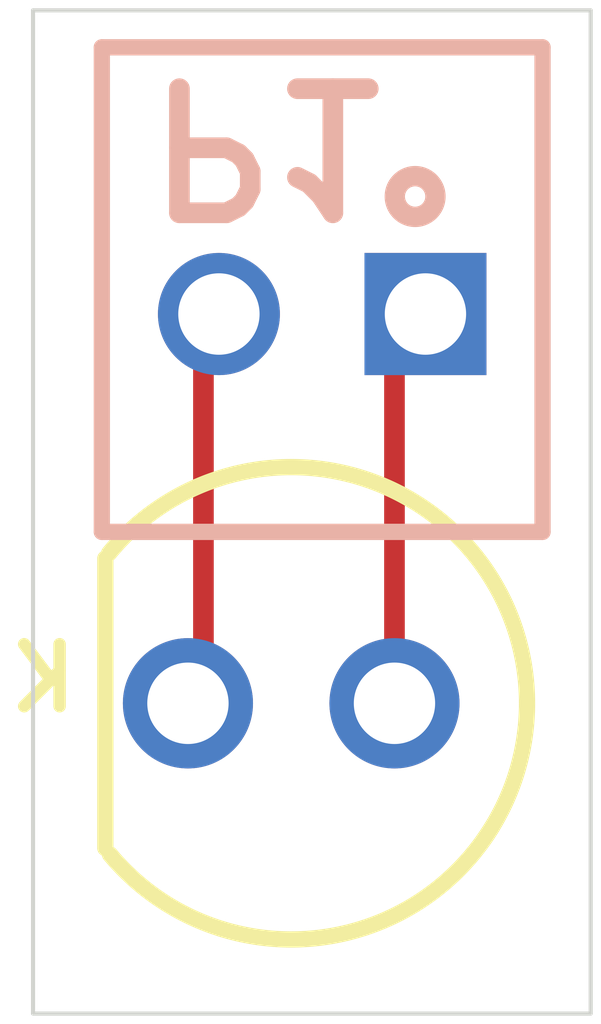
<source format=kicad_pcb>
(kicad_pcb (version 20211014) (generator pcbnew)
  (layers (0 "F.Cu" signal "Top Layer") (31 "B.Cu" signal "Bottom Layer") (34 "B.Paste" user "Bottom Paste") (35 "F.Paste" user "Top Paste") (36 "B.SilkS" user "Bottom Overlay") (37 "F.SilkS" user "Top Overlay") (38 "B.Mask" user "Bottom Solder") (39 "F.Mask" user "Top Solder") (44 "Edge.Cuts" user))
  (net 0 "")
  (net 1 "NetLED1_2")
  (net 2 "NetLED1_1")
  (footprint "Vault:Type 5mm" (layer "F.Cu") (at 148.2471 107.3531 180)
    (fp_text reference "LED1" hide)
    (fp_text value "TSHG6200" hide)
    (fp_text user "K" (at 3.048 0.381 180 unlocked) (layer "F.SilkS") (effects (font (size 0.762 0.762) (thickness 0.1524))))
    (fp_line (start 2.286 -1.778) (end 2.286 1.778) (layer "F.SilkS") (width 0.2))
    (fp_arc (start -2.469796 -1.519904) (mid -0.207281 -2.892583) (end 2.227842 -1.856535) (layer "F.SilkS") (width 0.2))
    (fp_arc (start 2.238598 1.843551) (mid -1.759179 2.305492) (end -2.369207 -1.672381) (layer "F.SilkS") (width 0.2))
    (pad "1" thru_hole circle (at 1.27 0 180) (size 1.6 1.6) (drill 1) (layers *.Cu *.Mask) (net 2 "NetLED1_1"))
    (pad "2" thru_hole circle (at -1.27 0 180) (size 1.6 1.6) (drill 1) (layers *.Cu *.Mask) (net 1 "NetLED1_2"))
  )
  (footprint "Vault:61900211121" (layer "B.Cu") (at 148.6281 102.2731)
    (fp_text reference "P1" (at -2.28567 -2.666749 180 unlocked) (layer "B.SilkS") (effects (font (size 1.524 1.524) (thickness 0.254)) (justify left bottom mirror)))
    (fp_text value "61900211121" hide)
    (fp_line (start -2.71 2.975) (end 2.71 2.975) (layer "B.SilkS") (width 0.2))
    (fp_line (start -2.71 -2.975) (end 2.71 -2.975) (layer "B.SilkS") (width 0.2))
    (fp_line (start -2.71 2.975) (end -2.71 -2.975) (layer "B.SilkS") (width 0.2))
    (fp_line (start 2.71 2.975) (end 2.71 -2.975) (layer "B.SilkS") (width 0.2))
    (fp_circle (center 1.143 -1.143) (end 1.143 -1.267998) (layer "B.SilkS") (width 0.25) (fill none))
    (pad "1" thru_hole rect (at 1.27 0.300002) (size 1.5 1.5) (drill 1) (layers *.Cu *.Mask) (net 1 "NetLED1_2"))
    (pad "2" thru_hole circle (at -1.27 0.300002) (size 1.5 1.5) (drill 1) (layers *.Cu *.Mask) (net 2 "NetLED1_1"))
  )
  (gr_line (start 145.0721 111.1631) (end 145.0721 98.8441) (layer "Edge.Cuts") (width 0.05))
  (gr_line (start 151.9301 111.1631) (end 145.0721 111.1631) (layer "Edge.Cuts") (width 0.05))
  (gr_line (start 145.0721 98.8441) (end 151.9301 98.8441) (layer "Edge.Cuts") (width 0.05))
  (gr_line (start 151.9301 98.8441) (end 151.9301 111.1631) (layer "Edge.Cuts") (width 0.05))
  (segment (start 149.5171 102.954102) (end 149.8981 102.573102) (width 0.254) (layer "F.Cu") (net 1))
  (segment (start 149.5171 107.3531) (end 149.5171 102.954102) (width 0.254) (layer "F.Cu") (net 1))
  (segment (start 147.1676 102.763602) (end 147.3581 102.573102) (width 0.254) (layer "F.Cu") (net 2))
  (segment (start 147.1676 107.1626) (end 147.1676 102.763602) (width 0.254) (layer "F.Cu") (net 2))
  (segment (start 146.9771 107.3531) (end 147.1676 107.1626) (width 0.254) (layer "F.Cu") (net 2))
)
</source>
